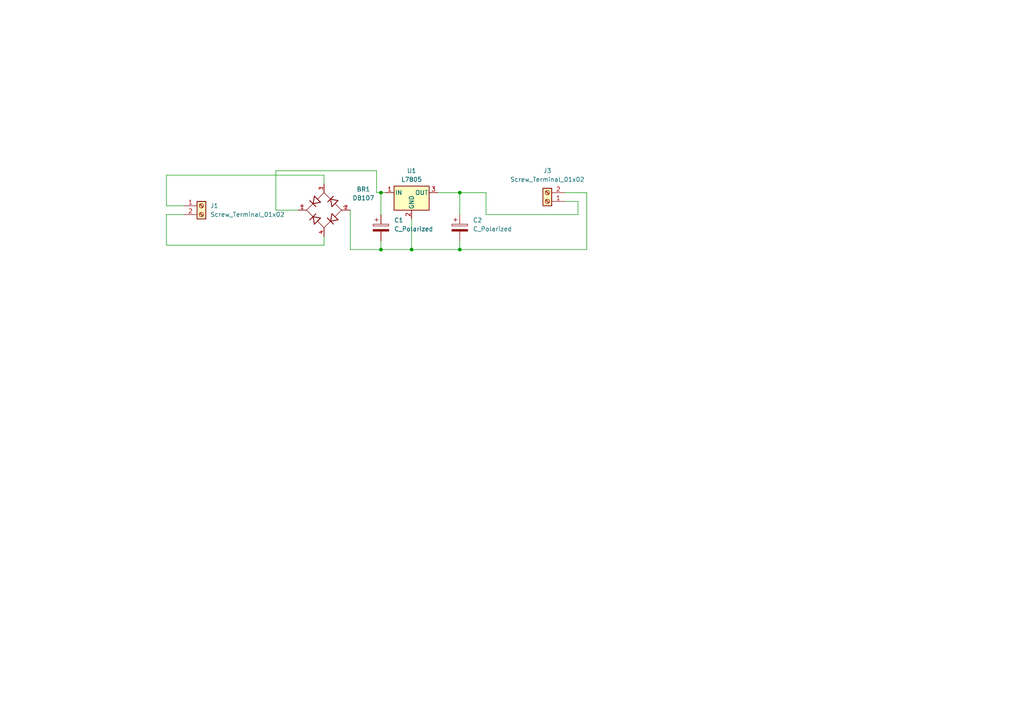
<source format=kicad_sch>
(kicad_sch (version 20250114) (generator "eeschema") (generator_version "9.0")
  (paper "A4")
  (lib_symbols
    (symbol "Connector:Screw_Terminal_01x02" (pin_names (offset 1.016) (hide yes))
      (property "Reference" "J" (at 0 2.54 0))
      (property "Value" "Screw_Terminal_01x02" (at 0 -5.08 0))
      (symbol "Screw_Terminal_01x02_1_1"
        (rectangle (start -1.27 1.27) (end 1.27 -3.81) (stroke (width 0.254)) (fill (type background)))
        (polyline (pts (xy -0.5334 0.3302) (xy 0.3302 -0.508)) (stroke (width 0.1524)))
        (polyline (pts (xy -0.5334 -2.2098) (xy 0.3302 -3.048)) (stroke (width 0.1524)))
        (polyline (pts (xy -0.3556 0.508) (xy 0.508 -0.3302)) (stroke (width 0.1524)))
        (polyline (pts (xy -0.3556 -2.032) (xy 0.508 -2.8702)) (stroke (width 0.1524)))
        (circle (center 0 0) (radius 0.635) (stroke (width 0.1524)))
        (circle (center 0 -2.54) (radius 0.635) (stroke (width 0.1524)))
        (pin passive line (at -5.08 0 0) (length 3.81) (name "Pin_1") (number "1"))
        (pin passive line (at -5.08 -2.54 0) (length 3.81) (name "Pin_2") (number "2"))
      )
    )
    (symbol "DB107:DB107" (pin_names (offset 1.016))
      (property "Reference" "BR" (at 5.08 5.08 0))
      (property "Value" "DB107" (at 5.08 -7.62 0))
      (symbol "DB107_0_0"
        (polyline (pts (xy -6.858 1.27) (xy -5.842 1.27)) (stroke (width 0.1524)))
        (polyline (pts (xy -6.35 0.762) (xy -6.35 1.778)) (stroke (width 0.1524)))
        (polyline (pts (xy -5.08 0) (xy -3.175 -1.905)) (stroke (width 0.1524)))
        (polyline (pts (xy -3.175 1.905) (xy -5.08 0)) (stroke (width 0.1524)))
        (polyline (pts (xy -3.175 1.905) (xy -2.794 4.064)) (stroke (width 0.254)))
        (polyline (pts (xy -3.175 1.905) (xy -1.016 2.286)) (stroke (width 0.254)))
        (polyline (pts (xy -3.175 -1.905) (xy -2.794 -4.064)) (stroke (width 0.254)))
        (polyline (pts (xy -3.175 -1.905) (xy -1.016 -2.286)) (stroke (width 0.254)))
        (polyline (pts (xy -2.3622 1.016) (xy -4.1402 2.794)) (stroke (width 0.254)))
        (polyline (pts (xy -2.3622 -1.0668) (xy -4.1402 -2.8448)) (stroke (width 0.254)))
        (polyline (pts (xy -1.016 2.286) (xy -2.794 4.064)) (stroke (width 0.254)))
        (polyline (pts (xy -1.016 -2.286) (xy -2.794 -4.064)) (stroke (width 0.254)))
        (polyline (pts (xy 0 5.08) (xy -1.8034 3.2766)) (stroke (width 0.1524)))
        (polyline (pts (xy 0 -5.08) (xy -1.8034 -3.2766)) (stroke (width 0.1524)))
        (polyline (pts (xy 0 -5.08) (xy 1.905 -3.175)) (stroke (width 0.1524)))
        (polyline (pts (xy 1.905 3.175) (xy 0 5.08)) (stroke (width 0.1524)))
        (polyline (pts (xy 1.905 3.175) (xy 2.286 1.016)) (stroke (width 0.254)))
        (polyline (pts (xy 1.905 3.175) (xy 4.064 2.794)) (stroke (width 0.254)))
        (polyline (pts (xy 1.905 -3.175) (xy 2.286 -1.016)) (stroke (width 0.254)))
        (polyline (pts (xy 1.905 -3.175) (xy 4.064 -2.794)) (stroke (width 0.254)))
        (polyline (pts (xy 2.7178 4.0386) (xy 1.0668 2.3876)) (stroke (width 0.254)))
        (polyline (pts (xy 2.7178 -4.0386) (xy 0.9398 -2.2606)) (stroke (width 0.254)))
        (polyline (pts (xy 3.2766 -1.8034) (xy 5.08 0)) (stroke (width 0.1524)))
        (polyline (pts (xy 4.064 2.794) (xy 2.286 1.016)) (stroke (width 0.254)))
        (polyline (pts (xy 4.064 -2.794) (xy 2.286 -1.016)) (stroke (width 0.254)))
        (polyline (pts (xy 5.08 0) (xy 3.2766 1.8034)) (stroke (width 0.1524)))
        (polyline (pts (xy 5.588 1.016) (xy 6.604 1.016)) (stroke (width 0.1524)))
        (pin passive line (at -7.62 0 0) (length 2.54) (name "~") (number "1"))
        (pin passive line (at 0 7.62 270) (length 2.54) (name "~") (number "3"))
        (pin passive line (at 0 -7.62 90) (length 2.54) (name "~") (number "4"))
        (pin passive line (at 7.62 0 180) (length 2.54) (name "~") (number "2"))
      )
    )
    (symbol "Device:C_Polarized" (pin_numbers (hide yes)) (pin_names (offset 0.254))
      (property "Reference" "C" (at 0.635 2.54 0))
      (property "Value" "C_Polarized" (at 0.635 -2.54 0))
      (symbol "C_Polarized_0_1"
        (rectangle (start -2.286 0.508) (end 2.286 1.016))
        (polyline (pts (xy -1.778 2.286) (xy -0.762 2.286)))
        (polyline (pts (xy -1.27 2.794) (xy -1.27 1.778)))
        (rectangle (start 2.286 -0.508) (end -2.286 -1.016) (fill (type outline)))
      )
      (symbol "C_Polarized_1_1"
        (pin passive line (at 0 3.81 270) (length 2.794) (name "~") (number "1"))
        (pin passive line (at 0 -3.81 90) (length 2.794) (name "~") (number "2"))
      )
    )
    (symbol "Regulator_Linear:L7805" (pin_names (offset 0.254))
      (property "Reference" "U" (at -3.81 3.175 0))
      (property "Value" "L7805" (at 0 3.175 0))
      (symbol "L7805_0_1"
        (rectangle (start -5.08 1.905) (end 5.08 -5.08) (stroke (width 0.254)) (fill (type background)))
      )
      (symbol "L7805_1_1"
        (pin power_in line (at -7.62 0 0) (length 2.54) (name "IN") (number "1"))
        (pin power_in line (at 0 -7.62 90) (length 2.54) (name "GND") (number "2"))
        (pin power_out line (at 7.62 0 180) (length 2.54) (name "OUT") (number "3"))
      )
    )
  )
  (junction (at 133.35 55.88))
  (junction (at 110.49 55.88))
  (junction (at 119.38 72.39))
  (junction (at 110.49 72.39))
  (junction (at 133.35 72.39))
  (wire (pts (xy 133.35 69.85) (xy 133.35 72.39)))
  (wire (pts (xy 110.49 55.88) (xy 110.49 62.23)))
  (wire (pts (xy 48.26 71.12) (xy 48.26 62.23)))
  (wire (pts (xy 80.01 49.53) (xy 109.22 49.53)))
  (wire (pts (xy 170.18 72.39) (xy 170.18 55.88)))
  (wire (pts (xy 133.35 55.88) (xy 127 55.88)))
  (wire (pts (xy 101.6 72.39) (xy 110.49 72.39)))
  (wire (pts (xy 93.98 68.58) (xy 93.98 71.12)))
  (wire (pts (xy 48.26 50.8) (xy 93.98 50.8)))
  (wire (pts (xy 86.36 60.96) (xy 80.01 60.96)))
  (wire (pts (xy 140.97 62.23) (xy 140.97 55.88)))
  (wire (pts (xy 167.64 58.42) (xy 163.83 58.42)))
  (wire (pts (xy 167.64 62.23) (xy 140.97 62.23)))
  (wire (pts (xy 109.22 49.53) (xy 109.22 55.88)))
  (wire (pts (xy 101.6 60.96) (xy 101.6 72.39)))
  (wire (pts (xy 110.49 69.85) (xy 110.49 72.39)))
  (wire (pts (xy 133.35 72.39) (xy 170.18 72.39)))
  (wire (pts (xy 48.26 59.69) (xy 48.26 50.8)))
  (wire (pts (xy 167.64 58.42) (xy 167.64 62.23)))
  (wire (pts (xy 119.38 63.5) (xy 119.38 72.39)))
  (wire (pts (xy 110.49 55.88) (xy 111.76 55.88)))
  (wire (pts (xy 119.38 72.39) (xy 133.35 72.39)))
  (wire (pts (xy 93.98 50.8) (xy 93.98 53.34)))
  (wire (pts (xy 93.98 71.12) (xy 48.26 71.12)))
  (wire (pts (xy 109.22 55.88) (xy 110.49 55.88)))
  (wire (pts (xy 80.01 60.96) (xy 80.01 49.53)))
  (wire (pts (xy 170.18 55.88) (xy 163.83 55.88)))
  (wire (pts (xy 140.97 55.88) (xy 133.35 55.88)))
  (wire (pts (xy 110.49 72.39) (xy 119.38 72.39)))
  (wire (pts (xy 133.35 55.88) (xy 133.35 62.23)))
  (wire (pts (xy 48.26 62.23) (xy 53.34 62.23)))
  (wire (pts (xy 53.34 59.69) (xy 48.26 59.69)))
  (symbol (lib_id "Connector:Screw_Terminal_01x02") (at 58.42 59.69 0) (unit 1)
    (property "Reference" "J1" (at 60.96 59.6899 0) (effects (justify left)))
    (property "Value" "Screw_Terminal_01x02" (at 60.96 62.2299 0) (effects (justify left)))
    (property "Footprint" "TerminalBlock_Phoenix:TerminalBlock_Phoenix_MKDS-1,5-2_1x02_P5.00mm_Horizontal" (effects (hide yes)))
    (property "Description" "Generic screw terminal, single row, 01x02, script generated (kicad-library-utils/schlib/autogen/connector/)" (effects (hide yes)))
  )
  (symbol (lib_id "Connector:Screw_Terminal_01x02") (at 158.75 58.42 180) (unit 1)
    (property "Reference" "J3" (at 158.75 49.53 0))
    (property "Value" "Screw_Terminal_01x02" (at 158.75 52.07 0))
    (property "Footprint" "TerminalBlock_Phoenix:TerminalBlock_Phoenix_MKDS-3-2-5.08_1x02_P5.08mm_Horizontal" (effects (hide yes)))
    (property "Description" "Generic screw terminal, single row, 01x02, script generated (kicad-library-utils/schlib/autogen/connector/)" (effects (hide yes)))
  )
  (symbol (lib_id "Device:C_Polarized") (at 110.49 66.04 0) (unit 1)
    (property "Reference" "C1" (at 114.3 63.8809 0) (effects (justify left)))
    (property "Value" "C_Polarized" (at 114.3 66.4209 0) (effects (justify left)))
    (property "Footprint" "Capacitor_THT:CP_Radial_D6.3mm_P2.50mm" (effects (hide yes)))
    (property "Description" "Polarized capacitor" (effects (hide yes)))
  )
  (symbol (lib_id "Regulator_Linear:L7805") (at 119.38 55.88 0) (unit 1)
    (property "Reference" "U1" (at 119.38 49.53 0))
    (property "Value" "L7805" (at 119.38 52.07 0))
    (property "Footprint" "Package_TO_SOT_THT:TO-220-3_Vertical" (effects (hide yes)))
    (property "Datasheet" "http://www.st.com/content/ccc/resource/technical/document/datasheet/41/4f/b3/b0/12/d4/47/88/CD00000444.pdf/files/CD00000444.pdf/jcr:content/translations/en.CD00000444.pdf" (effects (hide yes)))
    (property "Description" "Positive 1.5A 35V Linear Regulator, Fixed Output 5V, TO-220/TO-263/TO-252" (effects (hide yes)))
  )
  (symbol (lib_id "DB107:DB107") (at 93.98 60.96 0) (unit 1)
    (property "Reference" "BR1" (at 105.41 54.8892 0))
    (property "Value" "DB107" (at 105.41 57.4292 0))
    (property "Footprint" "DB107:DIP825W50P509L880H320Q4" (effects (hide yes)))
    (property "MF" "Micro Commercial Components" (effects (hide yes)))
    (property "MAXIMUM_PACKAGE_HEIGHT" "3.2 mm" (effects (hide yes)))
    (property "Package" "EDIP-4 MCC" (effects (hide yes)))
    (property "Price" "None" (effects (hide yes)))
    (property "Check_prices" "https://www.snapeda.com/parts/DB107/Micro+Commercial+Components/view-part/?ref=eda" (effects (hide yes)))
    (property "STANDARD" "IPC-7351B" (effects (hide yes)))
    (property "PARTREV" "13" (effects (hide yes)))
    (property "SnapEDA_Link" "https://www.snapeda.com/parts/DB107/Micro+Commercial+Components/view-part/?ref=snap" (effects (hide yes)))
    (property "MP" "DB107" (effects (hide yes)))
    (property "Description_1" "Bridge Rectifier Single Phase Standard 1 kV Through Hole DB-1" (effects (hide yes)))
    (property "Availability" "In Stock" (effects (hide yes)))
    (property "MANUFACTURER" "EIC Semiconductor" (effects (hide yes)))
  )
  (symbol (lib_id "Device:C_Polarized") (at 133.35 66.04 0) (unit 1)
    (property "Reference" "C2" (at 137.16 63.8809 0) (effects (justify left)))
    (property "Value" "C_Polarized" (at 137.16 66.4209 0) (effects (justify left)))
    (property "Footprint" "Capacitor_THT:CP_Radial_D6.3mm_P2.50mm" (effects (hide yes)))
    (property "Description" "Polarized capacitor" (effects (hide yes)))
  )
)
</source>
